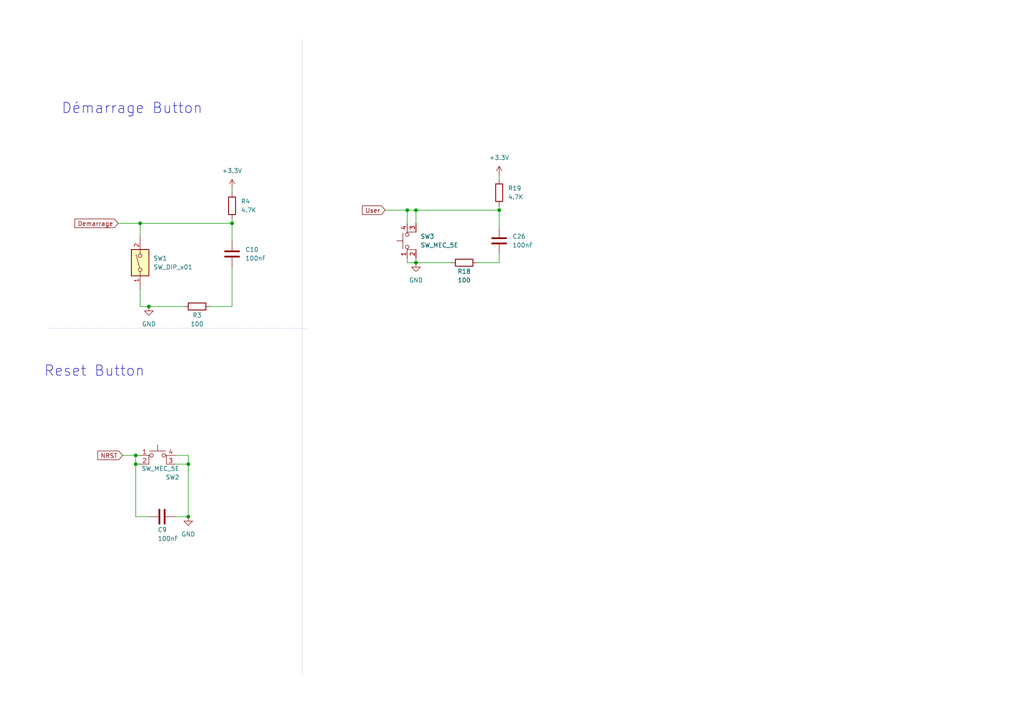
<source format=kicad_sch>
(kicad_sch (version 20230121) (generator eeschema)
  (paper "A4")
  (lib_symbols
    (symbol "C_1" (pin_numbers hide) (pin_names (offset 0.254))
      (property "Reference" "C" (at 0.635 2.54 0))
      (property "Value" "C" (at 0.635 -2.54 0))
      (symbol "C_1_0_1"
        (polyline (pts (xy -2.032 -0.762) (xy 2.032 -0.762)) (stroke (width 0.508)))
        (polyline (pts (xy -2.032 0.762) (xy 2.032 0.762)) (stroke (width 0.508)))
      )
      (symbol "C_1_1_1"
        (pin passive line (at 0 3.81 270) (length 2.794) (name "~") (number "1"))
        (pin passive line (at 0 -3.81 90) (length 2.794) (name "~") (number "2"))
      )
    )
    (symbol "R_1" (pin_numbers hide) (pin_names (offset 0))
      (property "Reference" "R" (at 2.032 0 90))
      (property "Value" "R" (at 0 0 90))
      (symbol "R_1_0_1"
        (rectangle (start -1.016 -2.54) (end 1.016 2.54) (stroke (width 0.254)))
      )
      (symbol "R_1_1_1"
        (pin passive line (at 0 3.81 270) (length 1.27) (name "~") (number "1"))
        (pin passive line (at 0 -3.81 90) (length 1.27) (name "~") (number "2"))
      )
    )
    (symbol "Switch:SW_DIP_x01" (pin_names (offset 0) hide)
      (property "Reference" "SW" (at 0 3.81 0))
      (property "Value" "SW_DIP_x01" (at 0 -3.81 0))
      (symbol "SW_DIP_x01_0_0"
        (circle (center -2.032 0) (radius 0.508))
        (polyline (pts (xy -1.524 0.127) (xy 2.3622 1.1684)))
        (circle (center 2.032 0) (radius 0.508))
      )
      (symbol "SW_DIP_x01_0_1"
        (rectangle (start -3.81 2.54) (end 3.81 -2.54) (stroke (width 0.254)) (fill (type background)))
      )
      (symbol "SW_DIP_x01_1_1"
        (pin passive line (at -7.62 0 0) (length 5.08) (name "~") (number "1"))
        (pin passive line (at 7.62 0 180) (length 5.08) (name "~") (number "2"))
      )
    )
    (symbol "Switch:SW_MEC_5E" (pin_names (offset 1.016) hide)
      (property "Reference" "SW" (at 0.635 5.715 0))
      (property "Value" "SW_MEC_5E" (at 0 -3.175 0))
      (symbol "SW_MEC_5E_0_1"
        (circle (center -1.778 2.54) (radius 0.508))
        (polyline (pts (xy -2.286 3.81) (xy 2.286 3.81)))
        (polyline (pts (xy 0 3.81) (xy 0 5.588)))
        (polyline (pts (xy -2.54 0) (xy -2.54 2.54) (xy -2.286 2.54)))
        (polyline (pts (xy 2.54 0) (xy 2.54 2.54) (xy 2.286 2.54)))
        (circle (center 1.778 2.54) (radius 0.508))
        (pin passive line (at -5.08 2.54 0) (length 2.54) (name "1") (number "1"))
        (pin passive line (at -5.08 0 0) (length 2.54) (name "2") (number "2"))
        (pin passive line (at 5.08 0 180) (length 2.54) (name "K") (number "3"))
        (pin passive line (at 5.08 2.54 180) (length 2.54) (name "A") (number "4"))
      )
    )
    (symbol "power:+3.3V" (power) (pin_names (offset 0))
      (property "Value" "+3.3V" (at 0 3.556 0))
      (symbol "+3.3V_0_1"
        (polyline (pts (xy -0.762 1.27) (xy 0 2.54)))
        (polyline (pts (xy 0 0) (xy 0 2.54)))
        (polyline (pts (xy 0 2.54) (xy 0.762 1.27)))
      )
      (symbol "+3.3V_1_1"
        (pin power_in line (at 0 0 90) (length 0) hide (name "+3.3V") (number "1"))
      )
    )
    (symbol "power:GND" (power) (pin_numbers hide) (pin_names (offset 0) hide)
      (property "Value" "GND" (at 0 -3.81 0))
      (symbol "GND_0_1"
        (polyline (pts (xy 0 0) (xy 0 -1.27) (xy 1.27 -1.27) (xy 0 -2.54) (xy -1.27 -1.27) (xy 0 -1.27)))
      )
      (symbol "GND_1_1"
        (pin power_in line (at 0 0 270) (length 0) hide (name "GND") (number "1"))
      )
    )
  )
  (junction (at 120.65 76.2))
  (junction (at 39.37 132.08))
  (junction (at 54.61 134.62))
  (junction (at 118.11 60.96))
  (junction (at 43.18 88.9))
  (junction (at 54.61 149.86))
  (junction (at 39.37 134.62))
  (junction (at 67.31 64.77))
  (junction (at 144.78 60.96))
  (junction (at 40.64 64.77))
  (junction (at 120.65 60.96))
  (wire (pts (xy 35.56 132.08) (xy 39.37 132.08)))
  (wire (pts (xy 144.78 60.96) (xy 144.78 66.04)))
  (wire (pts (xy 60.96 88.9) (xy 67.31 88.9)))
  (wire (pts (xy 40.64 134.62) (xy 39.37 134.62)))
  (wire (pts (xy 67.31 54.61) (xy 67.31 55.88)))
  (wire (pts (xy 40.64 64.77) (xy 67.31 64.77)))
  (wire (pts (xy 144.78 59.69) (xy 144.78 60.96)))
  (wire (pts (xy 50.8 149.86) (xy 54.61 149.86)))
  (wire (pts (xy 67.31 63.5) (xy 67.31 64.77)))
  (wire (pts (xy 34.29 64.77) (xy 40.64 64.77)))
  (wire (pts (xy 39.37 132.08) (xy 39.37 134.62)))
  (wire (pts (xy 120.65 76.2) (xy 130.81 76.2)))
  (wire (pts (xy 120.65 60.96) (xy 144.78 60.96)))
  (wire (pts (xy 40.64 132.08) (xy 39.37 132.08)))
  (wire (pts (xy 144.78 50.8) (xy 144.78 52.07)))
  (polyline (pts (xy 88.9 95.25) (xy 13.97 95.25)) (stroke (width 0.1) (type dot)))
  (wire (pts (xy 50.8 132.08) (xy 54.61 132.08)))
  (wire (pts (xy 118.11 74.93) (xy 118.11 76.2)))
  (wire (pts (xy 40.64 83.82) (xy 40.64 88.9)))
  (wire (pts (xy 118.11 76.2) (xy 120.65 76.2)))
  (wire (pts (xy 40.64 68.58) (xy 40.64 64.77)))
  (wire (pts (xy 120.65 74.93) (xy 120.65 76.2)))
  (wire (pts (xy 54.61 134.62) (xy 54.61 149.86)))
  (wire (pts (xy 67.31 64.77) (xy 67.31 69.85)))
  (wire (pts (xy 118.11 64.77) (xy 118.11 60.96)))
  (polyline (pts (xy 87.63 11.43) (xy 87.63 195.58)) (stroke (width 0.1) (type dot)))
  (wire (pts (xy 43.18 149.86) (xy 39.37 149.86)))
  (wire (pts (xy 144.78 73.66) (xy 144.78 76.2)))
  (wire (pts (xy 138.43 76.2) (xy 144.78 76.2)))
  (wire (pts (xy 54.61 134.62) (xy 50.8 134.62)))
  (wire (pts (xy 54.61 132.08) (xy 54.61 134.62)))
  (wire (pts (xy 118.11 60.96) (xy 120.65 60.96)))
  (wire (pts (xy 40.64 88.9) (xy 43.18 88.9)))
  (wire (pts (xy 111.76 60.96) (xy 118.11 60.96)))
  (wire (pts (xy 120.65 60.96) (xy 120.65 64.77)))
  (wire (pts (xy 67.31 77.47) (xy 67.31 88.9)))
  (wire (pts (xy 39.37 149.86) (xy 39.37 134.62)))
  (wire (pts (xy 43.18 88.9) (xy 53.34 88.9)))
  (text "Démarrage Button\n\n" (at 17.78 38.1 0) (effects (font (size 3 3)) (justify left bottom)))
  (text "Reset Button\n\n" (at 12.7 114.3 0) (effects (font (size 3 3)) (justify left bottom)))
  (global_label "User" (shape input) (at 111.76 60.96 180) (property "Intersheetrefs" "${INTERSHEET_REFS}" (effects hide)))
  (global_label "Demarrage" (shape input) (at 34.29 64.77 180) (property "Intersheetrefs" "${INTERSHEET_REFS}" (effects hide)))
  (global_label "NRST" (shape input) (at 35.56 132.08 180) (property "Intersheetrefs" "${INTERSHEET_REFS}" (effects hide)))
  (symbol (lib_name "C_1") (lib_id "Device:C") (at 46.99 149.86 270) (unit 1)
    (property "Reference" "C9" (at 45.72 153.67 90) (effects (justify left)))
    (property "Value" "100nF" (at 45.72 156.21 90) (effects (justify left)))
    (property "Footprint" "Capacitor_SMD:C_0603_1608Metric_Pad1.08x0.95mm_HandSolder" (effects hide))
    (instances (project "Alimentation" (path "" (reference "C9") (unit 1))) (project "Microp_project_chat" (path "" (reference "C?") (unit 1)) (path "" (reference "C?") (unit 1))))
  )
  (symbol (lib_id "power:GND") (at 120.65 76.2 0) (mirror y) (unit 1)
    (property "Reference" "#PWR050" (effects hide))
    (property "Value" "GND" (at 120.65 81.28 0))
    (instances (project "Alimentation" (path "" (reference "#PWR050") (unit 1))) (project "Microp_project_chat" (path "" (reference "#PWR?") (unit 1)) (path "" (reference "#PWR?") (unit 1)) (path "" (reference "#PWR?") (unit 1))))
  )
  (symbol (lib_id "power:GND") (at 43.18 88.9 0) (mirror y) (unit 1)
    (property "Reference" "#PWR016" (effects hide))
    (property "Value" "GND" (at 43.18 93.98 0))
    (instances (project "Alimentation" (path "" (reference "#PWR016") (unit 1))) (project "Microp_project_chat" (path "" (reference "#PWR?") (unit 1)) (path "" (reference "#PWR?") (unit 1)) (path "" (reference "#PWR?") (unit 1))))
  )
  (symbol (lib_id "power:GND") (at 54.61 149.86 0) (mirror y) (unit 1)
    (property "Reference" "#PWR017" (effects hide))
    (property "Value" "GND" (at 54.61 154.94 0))
    (instances (project "Alimentation" (path "" (reference "#PWR017") (unit 1))) (project "Microp_project_chat" (path "" (reference "#PWR?") (unit 1)) (path "" (reference "#PWR?") (unit 1)) (path "" (reference "#PWR?") (unit 1))))
  )
  (symbol (lib_id "Switch:SW_MEC_5E") (at 45.72 134.62 0) (unit 1)
    (property "Reference" "SW2" (at 52.07 138.43 0) (effects (justify right)))
    (property "Value" "SW_MEC_5E" (at 52.07 135.89 0) (effects (justify right)))
    (property "Footprint" "Button_Switch_SMD:SW_SPST_B3U-1000P" (effects hide))
    (property "Datasheet" "http://www.apem.com/int/index.php?controller=attachment&id_attachment=1371" (effects hide))
    (instances (project "Alimentation" (path "" (reference "SW2") (unit 1))) (project "Microp_project_chat" (path "" (reference "SW?") (unit 1)) (path "" (reference "SW?") (unit 1))))
  )
  (symbol (lib_id "power:+3.3V") (at 144.78 50.8 0) (unit 1)
    (property "Reference" "#PWR051" (effects hide))
    (property "Value" "+3.3V" (at 144.78 45.72 0))
    (instances (project "Alimentation" (path "" (reference "#PWR051") (unit 1))) (project "Microp_project_chat" (path "" (reference "#PWR?") (unit 1)) (path "" (reference "#PWR?") (unit 1))))
  )
  (symbol (lib_name "C_1") (lib_id "Device:C") (at 144.78 69.85 0) (unit 1)
    (property "Reference" "C26" (at 148.59 68.58 0) (effects (justify left)))
    (property "Value" "100nF" (at 148.59 71.12 0) (effects (justify left)))
    (property "Footprint" "Capacitor_SMD:C_0603_1608Metric_Pad1.08x0.95mm_HandSolder" (effects hide))
    (instances (project "Alimentation" (path "" (reference "C26") (unit 1))) (project "Microp_project_chat" (path "" (reference "C?") (unit 1)) (path "" (reference "C?") (unit 1))))
  )
  (symbol (lib_name "R_1") (lib_id "Device:R") (at 67.31 59.69 0) (unit 1)
    (property "Reference" "R4" (at 69.85 58.42 0) (effects (justify left)))
    (property "Value" "4.7K" (at 69.85 60.96 0) (effects (justify left)))
    (property "Footprint" "Resistor_SMD:R_0603_1608Metric_Pad0.98x0.95mm_HandSolder" (effects hide))
    (instances (project "Alimentation" (path "" (reference "R4") (unit 1))) (project "Microp_project_chat" (path "" (reference "R?") (unit 1)) (path "" (reference "R?") (unit 1))))
  )
  (symbol (lib_id "Switch:SW_MEC_5E") (at 120.65 69.85 90) (unit 1)
    (property "Reference" "SW3" (at 121.92 68.58 90) (effects (justify right)))
    (property "Value" "SW_MEC_5E" (at 121.92 71.12 90) (effects (justify right)))
    (property "Footprint" "Button_Switch_SMD:SW_SPST_B3U-1000P" (effects hide))
    (property "Datasheet" "http://www.apem.com/int/index.php?controller=attachment&id_attachment=1371" (effects hide))
    (instances (project "Alimentation" (path "" (reference "SW3") (unit 1))) (project "Microp_project_chat" (path "" (reference "SW?") (unit 1)) (path "" (reference "SW?") (unit 1))))
  )
  (symbol (lib_name "R_1") (lib_id "Device:R") (at 57.15 88.9 270) (unit 1)
    (property "Reference" "R3" (at 57.15 91.44 90))
    (property "Value" "100" (at 57.15 93.98 90))
    (property "Footprint" "Resistor_SMD:R_0603_1608Metric_Pad0.98x0.95mm_HandSolder" (effects hide))
    (instances (project "Alimentation" (path "" (reference "R3") (unit 1))) (project "Microp_project_chat" (path "" (reference "R?") (unit 1)) (path "" (reference "R?") (unit 1))))
  )
  (symbol (lib_name "R_1") (lib_id "Device:R") (at 144.78 55.88 0) (unit 1)
    (property "Reference" "R19" (at 147.32 54.61 0) (effects (justify left)))
    (property "Value" "4.7K" (at 147.32 57.15 0) (effects (justify left)))
    (property "Footprint" "Resistor_SMD:R_0603_1608Metric_Pad0.98x0.95mm_HandSolder" (effects hide))
    (instances (project "Alimentation" (path "" (reference "R19") (unit 1))) (project "Microp_project_chat" (path "" (reference "R?") (unit 1)) (path "" (reference "R?") (unit 1))))
  )
  (symbol (lib_name "R_1") (lib_id "Device:R") (at 134.62 76.2 270) (unit 1)
    (property "Reference" "R18" (at 134.62 78.74 90))
    (property "Value" "100" (at 134.62 81.28 90))
    (property "Footprint" "Resistor_SMD:R_0603_1608Metric_Pad0.98x0.95mm_HandSolder" (effects hide))
    (instances (project "Alimentation" (path "" (reference "R18") (unit 1))) (project "Microp_project_chat" (path "" (reference "R?") (unit 1)) (path "" (reference "R?") (unit 1))))
  )
  (symbol (lib_id "power:+3.3V") (at 67.31 54.61 0) (unit 1)
    (property "Reference" "#PWR018" (effects hide))
    (property "Value" "+3.3V" (at 67.31 49.53 0))
    (instances (project "Alimentation" (path "" (reference "#PWR018") (unit 1))) (project "Microp_project_chat" (path "" (reference "#PWR?") (unit 1)) (path "" (reference "#PWR?") (unit 1))))
  )
  (symbol (lib_id "Switch:SW_DIP_x01") (at 40.64 76.2 90) (unit 1)
    (property "Reference" "SW1" (at 44.45 74.93 90) (effects (justify right)))
    (property "Value" "SW_DIP_x01" (at 44.45 77.47 90) (effects (justify right)))
    (property "Footprint" "Button_Switch_SMD:SW_SPST_B3U-1000P" (effects hide))
  )
  (symbol (lib_name "C_1") (lib_id "Device:C") (at 67.31 73.66 0) (unit 1)
    (property "Reference" "C10" (at 71.12 72.39 0) (effects (justify left)))
    (property "Value" "100nF" (at 71.12 74.93 0) (effects (justify left)))
    (property "Footprint" "Capacitor_SMD:C_0603_1608Metric_Pad1.08x0.95mm_HandSolder" (effects hide))
    (instances (project "Alimentation" (path "" (reference "C10") (unit 1))) (project "Microp_project_chat" (path "" (reference "C?") (unit 1)) (path "" (reference "C?") (unit 1))))
  )
)
</source>
